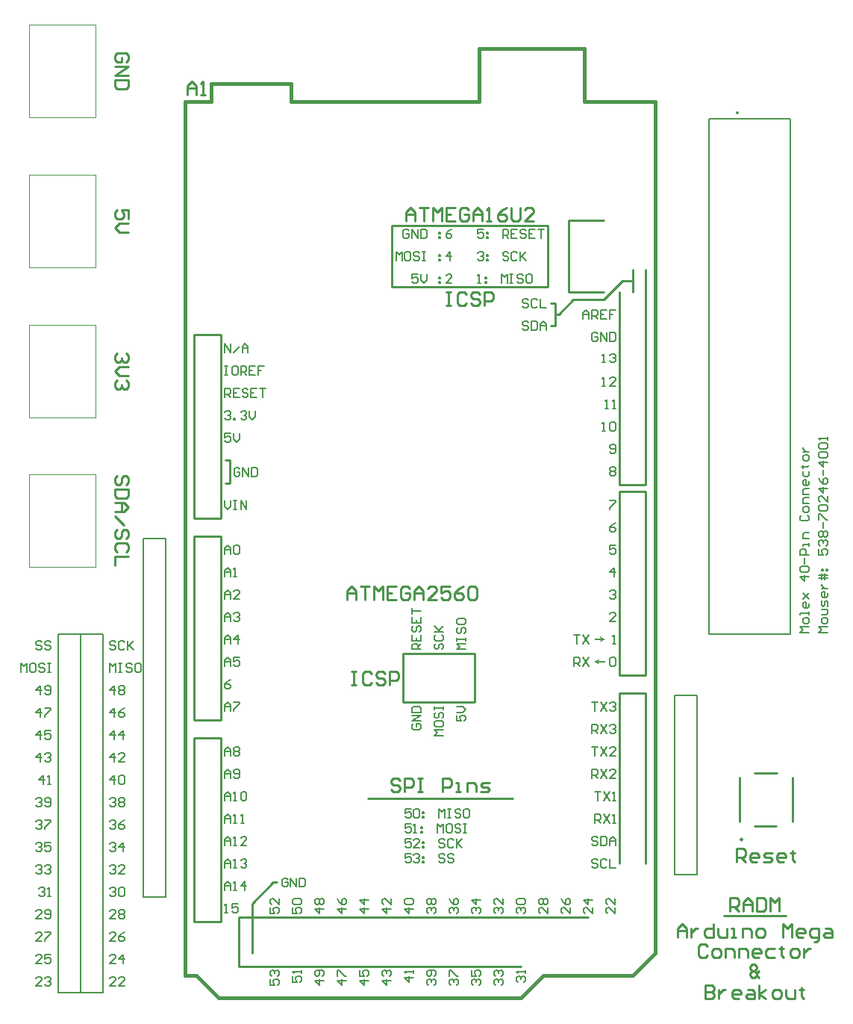
<source format=gbr>
%TF.GenerationSoftware,Altium Limited,Altium Designer,21.8.1 (53)*%
G04 Layer_Color=65535*
%FSLAX43Y43*%
%MOMM*%
%TF.SameCoordinates,8EB70333-0A29-48E7-A932-0FA81BCCDE64*%
%TF.FilePolarity,Positive*%
%TF.FileFunction,Legend,Top*%
%TF.Part,Single*%
G01*
G75*
%TA.AperFunction,NonConductor*%
%ADD11C,0.254*%
%ADD42C,0.200*%
%ADD43C,0.100*%
%ADD44C,0.400*%
%ADD45C,0.127*%
G36*
X70027Y46321D02*
Y46315D01*
X70033D01*
Y46309D01*
X70039D01*
Y46297D01*
X70045D01*
Y46243D01*
X70039D01*
Y46231D01*
X70033D01*
Y46225D01*
X70027D01*
Y46219D01*
X70021D01*
Y46213D01*
X70009D01*
Y46207D01*
X69985D01*
Y46202D01*
X69967D01*
Y46207D01*
X69949D01*
Y46213D01*
X69937D01*
Y46219D01*
X69931D01*
Y46225D01*
X69919D01*
Y46231D01*
X69907D01*
Y46237D01*
X69901D01*
Y46243D01*
X69889D01*
Y46249D01*
X69877D01*
Y46255D01*
X69866D01*
Y46261D01*
X69860D01*
Y46267D01*
X69848D01*
Y46273D01*
X69836D01*
Y46279D01*
X69830D01*
Y46285D01*
X69818D01*
Y46291D01*
X69806D01*
Y46297D01*
X69794D01*
Y46303D01*
X69788D01*
Y46309D01*
X69776D01*
Y46315D01*
X69764D01*
Y46321D01*
X69758D01*
Y46327D01*
X69746D01*
Y46333D01*
X69734D01*
Y46339D01*
X69722D01*
Y46345D01*
X69716D01*
Y46351D01*
X69704D01*
Y46357D01*
X69693D01*
Y46363D01*
X69687D01*
Y46369D01*
X69675D01*
Y46375D01*
X69663D01*
Y46381D01*
X69651D01*
Y46386D01*
X69645D01*
Y46392D01*
X69633D01*
Y46398D01*
X69621D01*
Y46404D01*
X69615D01*
Y46410D01*
X69603D01*
Y46416D01*
X69591D01*
Y46422D01*
X69579D01*
Y46428D01*
X69573D01*
Y46434D01*
X69561D01*
Y46440D01*
X69549D01*
Y46446D01*
X69543D01*
Y46452D01*
X69531D01*
Y46458D01*
X69520D01*
Y46464D01*
X69508D01*
Y46470D01*
X69502D01*
Y46476D01*
X69490D01*
Y46482D01*
X69478D01*
Y46488D01*
X69472D01*
Y46494D01*
X69460D01*
Y46506D01*
X69472D01*
Y46512D01*
X69484D01*
Y46518D01*
X69490D01*
Y46524D01*
X69502D01*
Y46530D01*
X69514D01*
Y46536D01*
X69525D01*
Y46542D01*
X69531D01*
Y46548D01*
X69543D01*
Y46554D01*
X69555D01*
Y46560D01*
X69561D01*
Y46565D01*
X69573D01*
Y46571D01*
X69585D01*
Y46577D01*
X69597D01*
Y46583D01*
X69603D01*
Y46589D01*
X69615D01*
Y46595D01*
X69627D01*
Y46601D01*
X69633D01*
Y46607D01*
X69645D01*
Y46613D01*
X69657D01*
Y46619D01*
X69669D01*
Y46625D01*
X69675D01*
Y46631D01*
X69687D01*
Y46637D01*
X69699D01*
Y46643D01*
X69704D01*
Y46649D01*
X69716D01*
Y46655D01*
X69728D01*
Y46661D01*
X69740D01*
Y46667D01*
X69746D01*
Y46673D01*
X69758D01*
Y46679D01*
X69770D01*
Y46685D01*
X69776D01*
Y46691D01*
X69788D01*
Y46697D01*
X69800D01*
Y46703D01*
X69812D01*
Y46709D01*
X69818D01*
Y46715D01*
X69830D01*
Y46721D01*
X69842D01*
Y46727D01*
X69848D01*
Y46733D01*
X69860D01*
Y46738D01*
X69872D01*
Y46744D01*
X69883D01*
Y46750D01*
X69889D01*
Y46756D01*
X69901D01*
Y46762D01*
X69913D01*
Y46768D01*
X69919D01*
Y46774D01*
X69931D01*
Y46780D01*
X69943D01*
Y46786D01*
X69955D01*
Y46792D01*
X69973D01*
Y46798D01*
X69991D01*
Y46792D01*
X70015D01*
Y46786D01*
X70021D01*
Y46780D01*
X70027D01*
Y46774D01*
X70033D01*
Y46768D01*
X70039D01*
Y46756D01*
X70045D01*
Y46703D01*
X70039D01*
Y46691D01*
X70033D01*
Y46685D01*
X70027D01*
Y46679D01*
X70021D01*
Y46673D01*
X70009D01*
Y46667D01*
X70003D01*
Y46661D01*
X69991D01*
Y46655D01*
X69979D01*
Y46649D01*
X69967D01*
Y46643D01*
X69961D01*
Y46637D01*
X69949D01*
Y46631D01*
X69937D01*
Y46625D01*
X69931D01*
Y46619D01*
X69919D01*
Y46613D01*
X69907D01*
Y46607D01*
X69895D01*
Y46601D01*
X69889D01*
Y46595D01*
X69877D01*
Y46589D01*
X69866D01*
Y46583D01*
X69860D01*
Y46577D01*
X69848D01*
Y46571D01*
X69836D01*
Y46565D01*
X70647D01*
Y46434D01*
X69836D01*
Y46428D01*
X69848D01*
Y46422D01*
X69860D01*
Y46416D01*
X69872D01*
Y46410D01*
X69877D01*
Y46404D01*
X69889D01*
Y46398D01*
X69901D01*
Y46392D01*
X69907D01*
Y46386D01*
X69919D01*
Y46381D01*
X69931D01*
Y46375D01*
X69943D01*
Y46369D01*
X69949D01*
Y46363D01*
X69961D01*
Y46357D01*
X69973D01*
Y46351D01*
X69979D01*
Y46345D01*
X69991D01*
Y46339D01*
X70003D01*
Y46333D01*
X70015D01*
Y46327D01*
X70021D01*
Y46321D01*
X70027D01*
D02*
G37*
G36*
X70080Y49219D02*
Y49225D01*
X70074D01*
Y49231D01*
X70068D01*
Y49243D01*
X70062D01*
Y49296D01*
X70068D01*
Y49308D01*
X70074D01*
Y49314D01*
X70080D01*
Y49320D01*
X70086D01*
Y49326D01*
X70098D01*
Y49332D01*
X70122D01*
Y49338D01*
X70140D01*
Y49332D01*
X70158D01*
Y49326D01*
X70170D01*
Y49320D01*
X70176D01*
Y49314D01*
X70188D01*
Y49308D01*
X70200D01*
Y49302D01*
X70206D01*
Y49296D01*
X70218D01*
Y49290D01*
X70230D01*
Y49284D01*
X70241D01*
Y49278D01*
X70247D01*
Y49273D01*
X70259D01*
Y49267D01*
X70271D01*
Y49261D01*
X70277D01*
Y49255D01*
X70289D01*
Y49249D01*
X70301D01*
Y49243D01*
X70313D01*
Y49237D01*
X70319D01*
Y49231D01*
X70331D01*
Y49225D01*
X70343D01*
Y49219D01*
X70349D01*
Y49213D01*
X70361D01*
Y49207D01*
X70373D01*
Y49201D01*
X70385D01*
Y49195D01*
X70391D01*
Y49189D01*
X70403D01*
Y49183D01*
X70414D01*
Y49177D01*
X70420D01*
Y49171D01*
X70432D01*
Y49165D01*
X70444D01*
Y49159D01*
X70456D01*
Y49153D01*
X70462D01*
Y49147D01*
X70474D01*
Y49141D01*
X70486D01*
Y49135D01*
X70492D01*
Y49129D01*
X70504D01*
Y49123D01*
X70516D01*
Y49117D01*
X70528D01*
Y49111D01*
X70534D01*
Y49105D01*
X70546D01*
Y49099D01*
X70558D01*
Y49094D01*
X70564D01*
Y49088D01*
X70576D01*
Y49082D01*
X70588D01*
Y49076D01*
X70599D01*
Y49070D01*
X70605D01*
Y49064D01*
X70617D01*
Y49058D01*
X70629D01*
Y49052D01*
X70635D01*
Y49046D01*
X70647D01*
Y49034D01*
X70635D01*
Y49028D01*
X70623D01*
Y49022D01*
X70617D01*
Y49016D01*
X70605D01*
Y49010D01*
X70593D01*
Y49004D01*
X70582D01*
Y48998D01*
X70576D01*
Y48992D01*
X70564D01*
Y48986D01*
X70552D01*
Y48980D01*
X70546D01*
Y48974D01*
X70534D01*
Y48968D01*
X70522D01*
Y48962D01*
X70510D01*
Y48956D01*
X70504D01*
Y48950D01*
X70492D01*
Y48944D01*
X70480D01*
Y48938D01*
X70474D01*
Y48932D01*
X70462D01*
Y48926D01*
X70450D01*
Y48921D01*
X70438D01*
Y48915D01*
X70432D01*
Y48909D01*
X70420D01*
Y48903D01*
X70409D01*
Y48897D01*
X70403D01*
Y48891D01*
X70391D01*
Y48885D01*
X70379D01*
Y48879D01*
X70367D01*
Y48873D01*
X70361D01*
Y48867D01*
X70349D01*
Y48861D01*
X70337D01*
Y48855D01*
X70331D01*
Y48849D01*
X70319D01*
Y48843D01*
X70307D01*
Y48837D01*
X70295D01*
Y48831D01*
X70289D01*
Y48825D01*
X70277D01*
Y48819D01*
X70265D01*
Y48813D01*
X70259D01*
Y48807D01*
X70247D01*
Y48801D01*
X70235D01*
Y48795D01*
X70224D01*
Y48789D01*
X70218D01*
Y48783D01*
X70206D01*
Y48777D01*
X70194D01*
Y48771D01*
X70188D01*
Y48765D01*
X70176D01*
Y48759D01*
X70164D01*
Y48753D01*
X70152D01*
Y48747D01*
X70134D01*
Y48742D01*
X70116D01*
Y48747D01*
X70092D01*
Y48753D01*
X70086D01*
Y48759D01*
X70080D01*
Y48765D01*
X70074D01*
Y48771D01*
X70068D01*
Y48783D01*
X70062D01*
Y48837D01*
X70068D01*
Y48849D01*
X70074D01*
Y48855D01*
X70080D01*
Y48861D01*
X70086D01*
Y48867D01*
X70098D01*
Y48873D01*
X70104D01*
Y48879D01*
X70116D01*
Y48885D01*
X70128D01*
Y48891D01*
X70140D01*
Y48897D01*
X70146D01*
Y48903D01*
X70158D01*
Y48909D01*
X70170D01*
Y48915D01*
X70176D01*
Y48921D01*
X70188D01*
Y48926D01*
X70200D01*
Y48932D01*
X70212D01*
Y48938D01*
X70218D01*
Y48944D01*
X70230D01*
Y48950D01*
X70241D01*
Y48956D01*
X70247D01*
Y48962D01*
X70259D01*
Y48968D01*
X70271D01*
Y48974D01*
X69460D01*
Y49105D01*
X70271D01*
Y49111D01*
X70259D01*
Y49117D01*
X70247D01*
Y49123D01*
X70235D01*
Y49129D01*
X70230D01*
Y49135D01*
X70218D01*
Y49141D01*
X70206D01*
Y49147D01*
X70200D01*
Y49153D01*
X70188D01*
Y49159D01*
X70176D01*
Y49165D01*
X70164D01*
Y49171D01*
X70158D01*
Y49177D01*
X70146D01*
Y49183D01*
X70134D01*
Y49189D01*
X70128D01*
Y49195D01*
X70116D01*
Y49201D01*
X70104D01*
Y49207D01*
X70092D01*
Y49213D01*
X70086D01*
Y49219D01*
X70080D01*
D02*
G37*
D11*
X86243Y26357D02*
G03*
X86243Y26357I-99J0D01*
G01*
X84150Y17700D02*
X91150D01*
X85905Y28361D02*
Y33361D01*
X87644Y27866D02*
X90080D01*
X87588Y33856D02*
X90179D01*
X91895Y28361D02*
Y33361D01*
X33033Y21481D02*
X33414D01*
X30620Y19068D02*
X33033Y21481D01*
X30620Y13480D02*
Y19068D01*
X28070Y66693D02*
Y69360D01*
X27570Y66693D02*
X28070D01*
X27570Y69360D02*
X28070D01*
X47750Y41900D02*
Y47440D01*
X55830Y41900D02*
Y47440D01*
X47750D02*
X55830D01*
X47750Y41900D02*
X55830D01*
X66500Y96500D02*
X70540D01*
X66500Y88420D02*
Y96500D01*
Y88420D02*
X70540D01*
X72290Y66590D02*
X75290D01*
X72290Y65780D02*
X75290D01*
X72290Y45000D02*
X75290D01*
X72290Y42920D02*
X75290D01*
Y23640D02*
Y42920D01*
Y45000D02*
Y65780D01*
Y66590D02*
Y90950D01*
X72290Y66590D02*
Y88410D01*
Y45000D02*
Y65780D01*
Y23640D02*
Y42920D01*
X29120Y11980D02*
X61100D01*
X29120Y17520D02*
X68720D01*
X29120Y11980D02*
Y17520D01*
X24040Y17060D02*
X27040D01*
X24040Y37840D02*
X27040D01*
X24040Y39920D02*
X27040D01*
X24040Y60700D02*
X27040D01*
X24040Y17060D02*
Y37840D01*
X27040Y17060D02*
Y37840D01*
X24040Y39920D02*
Y60700D01*
X27040Y39920D02*
Y60700D01*
X24040Y83560D02*
X27040D01*
X24040Y62780D02*
X27040D01*
X24040D02*
Y83560D01*
X27040Y62780D02*
Y83560D01*
X46489Y88960D02*
X64178D01*
X46489Y95960D02*
X64178D01*
Y88960D02*
Y95960D01*
X46489Y88960D02*
Y95960D01*
X64529Y87140D02*
X65029D01*
X64529Y84600D02*
X65029D01*
Y87140D01*
Y85870D02*
X65418D01*
X67069Y87521D01*
X70498D01*
X72657Y89680D01*
X73800D01*
X73790Y88410D02*
Y90950D01*
X43764Y31000D02*
X60147D01*
X16324Y66532D02*
X16578Y66786D01*
Y67293D01*
X16324Y67547D01*
X16070D01*
X15816Y67293D01*
Y66786D01*
X15562Y66532D01*
X15308D01*
X15054Y66786D01*
Y67293D01*
X15308Y67547D01*
X16578Y66024D02*
X15054D01*
Y65262D01*
X15308Y65008D01*
X16324D01*
X16578Y65262D01*
Y66024D01*
X15054Y64500D02*
X16070D01*
X16578Y63993D01*
X16070Y63485D01*
X15054D01*
X15816D01*
Y64500D01*
X15054Y62977D02*
X16070Y61961D01*
X16324Y60438D02*
X16578Y60692D01*
Y61199D01*
X16324Y61453D01*
X16070D01*
X15816Y61199D01*
Y60692D01*
X15562Y60438D01*
X15308D01*
X15054Y60692D01*
Y61199D01*
X15308Y61453D01*
X16324Y58914D02*
X16578Y59168D01*
Y59676D01*
X16324Y59930D01*
X15308D01*
X15054Y59676D01*
Y59168D01*
X15308Y58914D01*
X16578Y58406D02*
X15054D01*
Y57391D01*
X16324Y81500D02*
X16578Y81246D01*
Y80739D01*
X16324Y80485D01*
X16070D01*
X15816Y80739D01*
Y80993D01*
Y80739D01*
X15562Y80485D01*
X15308D01*
X15054Y80739D01*
Y81246D01*
X15308Y81500D01*
X16578Y79977D02*
X15562D01*
X15054Y79469D01*
X15562Y78961D01*
X16578D01*
X16324Y78453D02*
X16578Y78199D01*
Y77692D01*
X16324Y77438D01*
X16070D01*
X15816Y77692D01*
Y77945D01*
Y77692D01*
X15562Y77438D01*
X15308D01*
X15054Y77692D01*
Y78199D01*
X15308Y78453D01*
X16578Y96723D02*
Y97739D01*
X15816D01*
X16070Y97231D01*
Y96977D01*
X15816Y96723D01*
X15308D01*
X15054Y96977D01*
Y97485D01*
X15308Y97739D01*
X16578Y96215D02*
X15562D01*
X15054Y95707D01*
X15562Y95199D01*
X16578D01*
X16324Y114485D02*
X16578Y114739D01*
Y115246D01*
X16324Y115500D01*
X15308D01*
X15054Y115246D01*
Y114739D01*
X15308Y114485D01*
X15816D01*
Y114993D01*
X15054Y113977D02*
X16578D01*
X15054Y112961D01*
X16578D01*
Y112453D02*
X15054D01*
Y111692D01*
X15308Y111438D01*
X16324D01*
X16578Y111692D01*
Y112453D01*
X85599Y23804D02*
Y25328D01*
X86361D01*
X86615Y25074D01*
Y24566D01*
X86361Y24312D01*
X85599D01*
X86107D02*
X86615Y23804D01*
X87884D02*
X87377D01*
X87123Y24058D01*
Y24566D01*
X87377Y24820D01*
X87884D01*
X88138Y24566D01*
Y24312D01*
X87123D01*
X88646Y23804D02*
X89408D01*
X89662Y24058D01*
X89408Y24312D01*
X88900D01*
X88646Y24566D01*
X88900Y24820D01*
X89662D01*
X90931Y23804D02*
X90424D01*
X90170Y24058D01*
Y24566D01*
X90424Y24820D01*
X90931D01*
X91185Y24566D01*
Y24312D01*
X90170D01*
X91947Y25074D02*
Y24820D01*
X91693D01*
X92201D01*
X91947D01*
Y24058D01*
X92201Y23804D01*
X82064Y9862D02*
Y8338D01*
X82826D01*
X83079Y8592D01*
Y8846D01*
X82826Y9100D01*
X82064D01*
X82826D01*
X83079Y9354D01*
Y9608D01*
X82826Y9862D01*
X82064D01*
X83587Y9354D02*
Y8338D01*
Y8846D01*
X83841Y9100D01*
X84095Y9354D01*
X84349D01*
X85873Y8338D02*
X85365D01*
X85111Y8592D01*
Y9100D01*
X85365Y9354D01*
X85873D01*
X86127Y9100D01*
Y8846D01*
X85111D01*
X86888Y9354D02*
X87396D01*
X87650Y9100D01*
Y8338D01*
X86888D01*
X86634Y8592D01*
X86888Y8846D01*
X87650D01*
X88158Y8338D02*
Y9862D01*
Y8846D02*
X88920Y9354D01*
X88158Y8846D02*
X88920Y8338D01*
X89935D02*
X90443D01*
X90697Y8592D01*
Y9100D01*
X90443Y9354D01*
X89935D01*
X89681Y9100D01*
Y8592D01*
X89935Y8338D01*
X91205Y9354D02*
Y8592D01*
X91459Y8338D01*
X92221D01*
Y9354D01*
X92982Y9608D02*
Y9354D01*
X92728D01*
X93236D01*
X92982D01*
Y8592D01*
X93236Y8338D01*
X88158Y10650D02*
X87904Y10904D01*
X87650Y10650D01*
X87396D01*
X87142Y10904D01*
Y11158D01*
X87396Y11412D01*
X87142Y11666D01*
Y11920D01*
X87396Y12174D01*
X87650D01*
X87904Y11920D01*
Y11666D01*
X87650Y11412D01*
X87904Y11158D01*
Y10904D01*
X88158Y11412D02*
X87904Y11158D01*
X87396Y11412D02*
X87650D01*
X82318Y14232D02*
X82064Y14486D01*
X81556D01*
X81302Y14232D01*
Y13217D01*
X81556Y12963D01*
X82064D01*
X82318Y13217D01*
X83079Y12963D02*
X83587D01*
X83841Y13217D01*
Y13724D01*
X83587Y13978D01*
X83079D01*
X82826Y13724D01*
Y13217D01*
X83079Y12963D01*
X84349D02*
Y13978D01*
X85111D01*
X85365Y13724D01*
Y12963D01*
X85873D02*
Y13978D01*
X86634D01*
X86888Y13724D01*
Y12963D01*
X88158D02*
X87650D01*
X87396Y13217D01*
Y13724D01*
X87650Y13978D01*
X88158D01*
X88412Y13724D01*
Y13470D01*
X87396D01*
X89935Y13978D02*
X89174D01*
X88920Y13724D01*
Y13217D01*
X89174Y12963D01*
X89935D01*
X90697Y14232D02*
Y13978D01*
X90443D01*
X90951D01*
X90697D01*
Y13217D01*
X90951Y12963D01*
X91967D02*
X92474D01*
X92728Y13217D01*
Y13724D01*
X92474Y13978D01*
X91967D01*
X91713Y13724D01*
Y13217D01*
X91967Y12963D01*
X93236Y13978D02*
Y12963D01*
Y13470D01*
X93490Y13724D01*
X93744Y13978D01*
X93998D01*
X78890Y15275D02*
Y16291D01*
X79398Y16798D01*
X79906Y16291D01*
Y15275D01*
Y16037D01*
X78890D01*
X80413Y16291D02*
Y15275D01*
Y15783D01*
X80667Y16037D01*
X80921Y16291D01*
X81175D01*
X82953Y16798D02*
Y15275D01*
X82191D01*
X81937Y15529D01*
Y16037D01*
X82191Y16291D01*
X82953D01*
X83460D02*
Y15529D01*
X83714Y15275D01*
X84476D01*
Y16291D01*
X84984Y15275D02*
X85492D01*
X85238D01*
Y16291D01*
X84984D01*
X86253Y15275D02*
Y16291D01*
X87015D01*
X87269Y16037D01*
Y15275D01*
X88031D02*
X88539D01*
X88793Y15529D01*
Y16037D01*
X88539Y16291D01*
X88031D01*
X87777Y16037D01*
Y15529D01*
X88031Y15275D01*
X90824D02*
Y16798D01*
X91332Y16291D01*
X91840Y16798D01*
Y15275D01*
X93109D02*
X92601D01*
X92347Y15529D01*
Y16037D01*
X92601Y16291D01*
X93109D01*
X93363Y16037D01*
Y15783D01*
X92347D01*
X94379Y14767D02*
X94633D01*
X94887Y15021D01*
Y16291D01*
X94125D01*
X93871Y16037D01*
Y15529D01*
X94125Y15275D01*
X94887D01*
X95648Y16291D02*
X96156D01*
X96410Y16037D01*
Y15275D01*
X95648D01*
X95395Y15529D01*
X95648Y15783D01*
X96410D01*
X84857Y18188D02*
Y19712D01*
X85619D01*
X85873Y19458D01*
Y18950D01*
X85619Y18696D01*
X84857D01*
X85365D02*
X85873Y18188D01*
X86380D02*
Y19204D01*
X86888Y19712D01*
X87396Y19204D01*
Y18188D01*
Y18950D01*
X86380D01*
X87904Y19712D02*
Y18188D01*
X88666D01*
X88920Y18442D01*
Y19458D01*
X88666Y19712D01*
X87904D01*
X89427Y18188D02*
Y19712D01*
X89935Y19204D01*
X90443Y19712D01*
Y18188D01*
X48097Y96474D02*
Y97490D01*
X48605Y97998D01*
X49113Y97490D01*
Y96474D01*
Y97236D01*
X48097D01*
X49620Y97998D02*
X50636D01*
X50128D01*
Y96474D01*
X51144D02*
Y97998D01*
X51652Y97490D01*
X52160Y97998D01*
Y96474D01*
X53683Y97998D02*
X52667D01*
Y96474D01*
X53683D01*
X52667Y97236D02*
X53175D01*
X55207Y97744D02*
X54953Y97998D01*
X54445D01*
X54191Y97744D01*
Y96728D01*
X54445Y96474D01*
X54953D01*
X55207Y96728D01*
Y97236D01*
X54699D01*
X55714Y96474D02*
Y97490D01*
X56222Y97998D01*
X56730Y97490D01*
Y96474D01*
Y97236D01*
X55714D01*
X57238Y96474D02*
X57746D01*
X57492D01*
Y97998D01*
X57238Y97744D01*
X59523Y97998D02*
X59015Y97744D01*
X58507Y97236D01*
Y96728D01*
X58761Y96474D01*
X59269D01*
X59523Y96728D01*
Y96982D01*
X59269Y97236D01*
X58507D01*
X60031Y97998D02*
Y96728D01*
X60285Y96474D01*
X60793D01*
X61047Y96728D01*
Y97998D01*
X62570Y96474D02*
X61554D01*
X62570Y97490D01*
Y97744D01*
X62316Y97998D01*
X61808D01*
X61554Y97744D01*
X52667Y88446D02*
X53175D01*
X52921D01*
Y86922D01*
X52667D01*
X53175D01*
X54953Y88192D02*
X54699Y88446D01*
X54191D01*
X53937Y88192D01*
Y87176D01*
X54191Y86922D01*
X54699D01*
X54953Y87176D01*
X56476Y88192D02*
X56222Y88446D01*
X55714D01*
X55460Y88192D01*
Y87938D01*
X55714Y87684D01*
X56222D01*
X56476Y87430D01*
Y87176D01*
X56222Y86922D01*
X55714D01*
X55460Y87176D01*
X56984Y86922D02*
Y88446D01*
X57746D01*
X58000Y88192D01*
Y87684D01*
X57746Y87430D01*
X56984D01*
X41904Y45432D02*
X42412D01*
X42158D01*
Y43908D01*
X41904D01*
X42412D01*
X44189Y45178D02*
X43935Y45432D01*
X43427D01*
X43173Y45178D01*
Y44162D01*
X43427Y43908D01*
X43935D01*
X44189Y44162D01*
X45712Y45178D02*
X45459Y45432D01*
X44951D01*
X44697Y45178D01*
Y44924D01*
X44951Y44670D01*
X45459D01*
X45712Y44416D01*
Y44162D01*
X45459Y43908D01*
X44951D01*
X44697Y44162D01*
X46220Y43908D02*
Y45432D01*
X46982D01*
X47236Y45178D01*
Y44670D01*
X46982Y44416D01*
X46220D01*
X41376Y53485D02*
Y54501D01*
X41884Y55009D01*
X42392Y54501D01*
Y53485D01*
Y54247D01*
X41376D01*
X42900Y55009D02*
X43916D01*
X43408D01*
Y53485D01*
X44423D02*
Y55009D01*
X44931Y54501D01*
X45439Y55009D01*
Y53485D01*
X46963Y55009D02*
X45947D01*
Y53485D01*
X46963D01*
X45947Y54247D02*
X46455D01*
X48486Y54755D02*
X48232Y55009D01*
X47724D01*
X47470Y54755D01*
Y53739D01*
X47724Y53485D01*
X48232D01*
X48486Y53739D01*
Y54247D01*
X47978D01*
X48994Y53485D02*
Y54501D01*
X49502Y55009D01*
X50010Y54501D01*
Y53485D01*
Y54247D01*
X48994D01*
X51533Y53485D02*
X50517D01*
X51533Y54501D01*
Y54755D01*
X51279Y55009D01*
X50771D01*
X50517Y54755D01*
X53057Y55009D02*
X52041D01*
Y54247D01*
X52549Y54501D01*
X52803D01*
X53057Y54247D01*
Y53739D01*
X52803Y53485D01*
X52295D01*
X52041Y53739D01*
X54580Y55009D02*
X54072Y54755D01*
X53564Y54247D01*
Y53739D01*
X53818Y53485D01*
X54326D01*
X54580Y53739D01*
Y53993D01*
X54326Y54247D01*
X53564D01*
X55088Y54755D02*
X55342Y55009D01*
X55850D01*
X56104Y54755D01*
Y53739D01*
X55850Y53485D01*
X55342D01*
X55088Y53739D01*
Y54755D01*
X47385Y33024D02*
X47132Y33278D01*
X46624D01*
X46370Y33024D01*
Y32770D01*
X46624Y32516D01*
X47132D01*
X47385Y32262D01*
Y32008D01*
X47132Y31754D01*
X46624D01*
X46370Y32008D01*
X47893Y31754D02*
Y33278D01*
X48655D01*
X48909Y33024D01*
Y32516D01*
X48655Y32262D01*
X47893D01*
X49417Y33278D02*
X49925D01*
X49671D01*
Y31754D01*
X49417D01*
X49925D01*
X52210D02*
Y33278D01*
X52972D01*
X53226Y33024D01*
Y32516D01*
X52972Y32262D01*
X52210D01*
X53733Y31754D02*
X54241D01*
X53987D01*
Y32770D01*
X53733D01*
X55003Y31754D02*
Y32770D01*
X55765D01*
X56019Y32516D01*
Y31754D01*
X56527D02*
X57288D01*
X57542Y32008D01*
X57288Y32262D01*
X56780D01*
X56527Y32516D01*
X56780Y32770D01*
X57542D01*
X23273Y110744D02*
Y111760D01*
X23781Y112268D01*
X24289Y111760D01*
Y110744D01*
Y111506D01*
X23273D01*
X24797Y110744D02*
X25305D01*
X25051D01*
Y112268D01*
X24797Y112014D01*
D42*
X85758Y108730D02*
G03*
X85758Y108730I-100J0D01*
G01*
X18270Y19830D02*
Y60470D01*
X20810D01*
Y58565D02*
Y60470D01*
Y19830D02*
Y58565D01*
X18270Y19830D02*
X20810D01*
X11128Y8984D02*
Y49624D01*
X8588Y8984D02*
X11128D01*
X8588D02*
Y10889D01*
Y49624D01*
X11128D01*
X13668Y8984D02*
Y49624D01*
X11128Y8984D02*
X13668D01*
X11128D02*
Y10889D01*
Y49624D01*
X13668D01*
X78520Y22370D02*
X81060D01*
X78520D02*
Y42690D01*
X81060D01*
Y22370D02*
Y42690D01*
X48631Y29800D02*
X47965D01*
Y29300D01*
X48298Y29467D01*
X48465D01*
X48631Y29300D01*
Y28967D01*
X48465Y28800D01*
X48132D01*
X47965Y28967D01*
X48965Y29633D02*
X49131Y29800D01*
X49465D01*
X49631Y29633D01*
Y28967D01*
X49465Y28800D01*
X49131D01*
X48965Y28967D01*
Y29633D01*
X49964Y29467D02*
X50131D01*
Y29300D01*
X49964D01*
Y29467D01*
Y28967D02*
X50131D01*
Y28800D01*
X49964D01*
Y28967D01*
X51797Y28800D02*
Y29800D01*
X52130Y29467D01*
X52464Y29800D01*
Y28800D01*
X52797Y29800D02*
X53130D01*
X52963D01*
Y28800D01*
X52797D01*
X53130D01*
X54296Y29633D02*
X54130Y29800D01*
X53796D01*
X53630Y29633D01*
Y29467D01*
X53796Y29300D01*
X54130D01*
X54296Y29134D01*
Y28967D01*
X54130Y28800D01*
X53796D01*
X53630Y28967D01*
X55129Y29800D02*
X54796D01*
X54630Y29633D01*
Y28967D01*
X54796Y28800D01*
X55129D01*
X55296Y28967D01*
Y29633D01*
X55129Y29800D01*
X48631Y28120D02*
X47965D01*
Y27621D01*
X48298Y27787D01*
X48465D01*
X48631Y27621D01*
Y27287D01*
X48465Y27121D01*
X48132D01*
X47965Y27287D01*
X48965Y27121D02*
X49298D01*
X49131D01*
Y28120D01*
X48965Y27954D01*
X49798Y27787D02*
X49964D01*
Y27621D01*
X49798D01*
Y27787D01*
Y27287D02*
X49964D01*
Y27121D01*
X49798D01*
Y27287D01*
X51630Y27121D02*
Y28120D01*
X51964Y27787D01*
X52297Y28120D01*
Y27121D01*
X53130Y28120D02*
X52797D01*
X52630Y27954D01*
Y27287D01*
X52797Y27121D01*
X53130D01*
X53297Y27287D01*
Y27954D01*
X53130Y28120D01*
X54296Y27954D02*
X54130Y28120D01*
X53796D01*
X53630Y27954D01*
Y27787D01*
X53796Y27621D01*
X54130D01*
X54296Y27454D01*
Y27287D01*
X54130Y27121D01*
X53796D01*
X53630Y27287D01*
X54630Y28120D02*
X54963D01*
X54796D01*
Y27121D01*
X54630D01*
X54963D01*
X48631Y26441D02*
X47965D01*
Y25941D01*
X48298Y26108D01*
X48465D01*
X48631Y25941D01*
Y25608D01*
X48465Y25441D01*
X48132D01*
X47965Y25608D01*
X49631Y25441D02*
X48965D01*
X49631Y26108D01*
Y26274D01*
X49465Y26441D01*
X49131D01*
X48965Y26274D01*
X49964Y26108D02*
X50131D01*
Y25941D01*
X49964D01*
Y26108D01*
Y25608D02*
X50131D01*
Y25441D01*
X49964D01*
Y25608D01*
X52464Y26274D02*
X52297Y26441D01*
X51964D01*
X51797Y26274D01*
Y26108D01*
X51964Y25941D01*
X52297D01*
X52464Y25774D01*
Y25608D01*
X52297Y25441D01*
X51964D01*
X51797Y25608D01*
X53463Y26274D02*
X53297Y26441D01*
X52963D01*
X52797Y26274D01*
Y25608D01*
X52963Y25441D01*
X53297D01*
X53463Y25608D01*
X53796Y26441D02*
Y25441D01*
Y25774D01*
X54463Y26441D01*
X53963Y25941D01*
X54463Y25441D01*
X48631Y24761D02*
X47965D01*
Y24261D01*
X48298Y24428D01*
X48465D01*
X48631Y24261D01*
Y23928D01*
X48465Y23761D01*
X48132D01*
X47965Y23928D01*
X48965Y24595D02*
X49131Y24761D01*
X49465D01*
X49631Y24595D01*
Y24428D01*
X49465Y24261D01*
X49298D01*
X49465D01*
X49631Y24095D01*
Y23928D01*
X49465Y23761D01*
X49131D01*
X48965Y23928D01*
X49964Y24428D02*
X50131D01*
Y24261D01*
X49964D01*
Y24428D01*
Y23928D02*
X50131D01*
Y23761D01*
X49964D01*
Y23928D01*
X52464Y24595D02*
X52297Y24761D01*
X51964D01*
X51797Y24595D01*
Y24428D01*
X51964Y24261D01*
X52297D01*
X52464Y24095D01*
Y23928D01*
X52297Y23761D01*
X51964D01*
X51797Y23928D01*
X53463Y24595D02*
X53297Y24761D01*
X52963D01*
X52797Y24595D01*
Y24428D01*
X52963Y24261D01*
X53297D01*
X53463Y24095D01*
Y23928D01*
X53297Y23761D01*
X52963D01*
X52797Y23928D01*
X95900Y49797D02*
X94900D01*
X95233Y50130D01*
X94900Y50463D01*
X95900D01*
Y50963D02*
Y51296D01*
X95733Y51463D01*
X95400D01*
X95233Y51296D01*
Y50963D01*
X95400Y50796D01*
X95733D01*
X95900Y50963D01*
X95233Y51796D02*
X95733D01*
X95900Y51962D01*
Y52462D01*
X95233D01*
X95900Y52796D02*
Y53295D01*
X95733Y53462D01*
X95567Y53295D01*
Y52962D01*
X95400Y52796D01*
X95233Y52962D01*
Y53462D01*
X95900Y54295D02*
Y53962D01*
X95733Y53795D01*
X95400D01*
X95233Y53962D01*
Y54295D01*
X95400Y54462D01*
X95567D01*
Y53795D01*
X95233Y54795D02*
X95900D01*
X95567D01*
X95400Y54961D01*
X95233Y55128D01*
Y55295D01*
X95900Y55961D02*
X94900D01*
Y56294D02*
X95900D01*
X95233Y55795D02*
Y56294D01*
Y56461D01*
X95567Y55795D02*
Y56461D01*
X95233Y56794D02*
Y56961D01*
X95400D01*
Y56794D01*
X95233D01*
X95733D02*
Y56961D01*
X95900D01*
Y56794D01*
X95733D01*
X94900Y59293D02*
Y58627D01*
X95400D01*
X95233Y58960D01*
Y59127D01*
X95400Y59293D01*
X95733D01*
X95900Y59127D01*
Y58794D01*
X95733Y58627D01*
X95067Y59627D02*
X94900Y59793D01*
Y60126D01*
X95067Y60293D01*
X95233D01*
X95400Y60126D01*
Y59960D01*
Y60126D01*
X95567Y60293D01*
X95733D01*
X95900Y60126D01*
Y59793D01*
X95733Y59627D01*
X95067Y60626D02*
X94900Y60793D01*
Y61126D01*
X95067Y61293D01*
X95233D01*
X95400Y61126D01*
X95567Y61293D01*
X95733D01*
X95900Y61126D01*
Y60793D01*
X95733Y60626D01*
X95567D01*
X95400Y60793D01*
X95233Y60626D01*
X95067D01*
X95400Y60793D02*
Y61126D01*
Y61626D02*
Y62292D01*
X94900Y62626D02*
Y63292D01*
X95067D01*
X95733Y62626D01*
X95900D01*
X95067Y63625D02*
X94900Y63792D01*
Y64125D01*
X95067Y64292D01*
X95733D01*
X95900Y64125D01*
Y63792D01*
X95733Y63625D01*
X95067D01*
X95900Y65292D02*
Y64625D01*
X95233Y65292D01*
X95067D01*
X94900Y65125D01*
Y64792D01*
X95067Y64625D01*
X95900Y66125D02*
X94900D01*
X95400Y65625D01*
Y66291D01*
X94900Y67291D02*
X95067Y66958D01*
X95400Y66624D01*
X95733D01*
X95900Y66791D01*
Y67124D01*
X95733Y67291D01*
X95567D01*
X95400Y67124D01*
Y66624D01*
Y67624D02*
Y68291D01*
X95900Y69124D02*
X94900D01*
X95400Y68624D01*
Y69290D01*
X95067Y69623D02*
X94900Y69790D01*
Y70123D01*
X95067Y70290D01*
X95733D01*
X95900Y70123D01*
Y69790D01*
X95733Y69623D01*
X95067D01*
Y70623D02*
X94900Y70790D01*
Y71123D01*
X95067Y71290D01*
X95733D01*
X95900Y71123D01*
Y70790D01*
X95733Y70623D01*
X95067D01*
X95900Y71623D02*
Y71956D01*
Y71789D01*
X94900D01*
X95067Y71623D01*
X93800Y49797D02*
X92800D01*
X93133Y50130D01*
X92800Y50463D01*
X93800D01*
Y50963D02*
Y51296D01*
X93633Y51463D01*
X93300D01*
X93133Y51296D01*
Y50963D01*
X93300Y50796D01*
X93633D01*
X93800Y50963D01*
Y51796D02*
Y52129D01*
Y51962D01*
X92800D01*
Y51796D01*
X93800Y53129D02*
Y52796D01*
X93633Y52629D01*
X93300D01*
X93133Y52796D01*
Y53129D01*
X93300Y53295D01*
X93467D01*
Y52629D01*
X93133Y53629D02*
X93800Y54295D01*
X93467Y53962D01*
X93133Y54295D01*
X93800Y53629D01*
Y56128D02*
X92800D01*
X93300Y55628D01*
Y56294D01*
X92967Y56628D02*
X92800Y56794D01*
Y57127D01*
X92967Y57294D01*
X93633D01*
X93800Y57127D01*
Y56794D01*
X93633Y56628D01*
X92967D01*
X93300Y57627D02*
Y58294D01*
X93800Y58627D02*
X92800D01*
Y59127D01*
X92967Y59293D01*
X93300D01*
X93467Y59127D01*
Y58627D01*
X93800Y59627D02*
Y59960D01*
Y59793D01*
X93133D01*
Y59627D01*
X93800Y60460D02*
X93133D01*
Y60960D01*
X93300Y61126D01*
X93800D01*
X92967Y63126D02*
X92800Y62959D01*
Y62626D01*
X92967Y62459D01*
X93633D01*
X93800Y62626D01*
Y62959D01*
X93633Y63126D01*
X93800Y63625D02*
Y63959D01*
X93633Y64125D01*
X93300D01*
X93133Y63959D01*
Y63625D01*
X93300Y63459D01*
X93633D01*
X93800Y63625D01*
Y64458D02*
X93133D01*
Y64958D01*
X93300Y65125D01*
X93800D01*
Y65458D02*
X93133D01*
Y65958D01*
X93300Y66125D01*
X93800D01*
Y66958D02*
Y66624D01*
X93633Y66458D01*
X93300D01*
X93133Y66624D01*
Y66958D01*
X93300Y67124D01*
X93467D01*
Y66458D01*
X93133Y68124D02*
Y67624D01*
X93300Y67457D01*
X93633D01*
X93800Y67624D01*
Y68124D01*
X92967Y68624D02*
X93133D01*
Y68457D01*
Y68790D01*
Y68624D01*
X93633D01*
X93800Y68790D01*
Y69457D02*
Y69790D01*
X93633Y69957D01*
X93300D01*
X93133Y69790D01*
Y69457D01*
X93300Y69290D01*
X93633D01*
X93800Y69457D01*
X93133Y70290D02*
X93800D01*
X93467D01*
X93300Y70457D01*
X93133Y70623D01*
Y70790D01*
X6758Y48687D02*
X6592Y48854D01*
X6258D01*
X6092Y48687D01*
Y48521D01*
X6258Y48354D01*
X6592D01*
X6758Y48187D01*
Y48021D01*
X6592Y47854D01*
X6258D01*
X6092Y48021D01*
X7758Y48687D02*
X7591Y48854D01*
X7258D01*
X7092Y48687D01*
Y48521D01*
X7258Y48354D01*
X7591D01*
X7758Y48187D01*
Y48021D01*
X7591Y47854D01*
X7258D01*
X7092Y48021D01*
X6592Y42774D02*
Y43774D01*
X6092Y43274D01*
X6758D01*
X7092Y42941D02*
X7258Y42774D01*
X7591D01*
X7758Y42941D01*
Y43607D01*
X7591Y43774D01*
X7258D01*
X7092Y43607D01*
Y43441D01*
X7258Y43274D01*
X7758D01*
X6592Y40234D02*
Y41234D01*
X6092Y40734D01*
X6758D01*
X7092Y41234D02*
X7758D01*
Y41067D01*
X7092Y40401D01*
Y40234D01*
X6592Y37694D02*
Y38694D01*
X6092Y38194D01*
X6758D01*
X7758Y38694D02*
X7092D01*
Y38194D01*
X7425Y38361D01*
X7591D01*
X7758Y38194D01*
Y37861D01*
X7591Y37694D01*
X7258D01*
X7092Y37861D01*
X15164Y9754D02*
X14498D01*
X15164Y10421D01*
Y10587D01*
X14998Y10754D01*
X14665D01*
X14498Y10587D01*
X16164Y9754D02*
X15498D01*
X16164Y10421D01*
Y10587D01*
X15998Y10754D01*
X15664D01*
X15498Y10587D01*
X15164Y12294D02*
X14498D01*
X15164Y12961D01*
Y13127D01*
X14998Y13294D01*
X14665D01*
X14498Y13127D01*
X15998Y12294D02*
Y13294D01*
X15498Y12794D01*
X16164D01*
X15164Y14834D02*
X14498D01*
X15164Y15501D01*
Y15667D01*
X14998Y15834D01*
X14665D01*
X14498Y15667D01*
X16164Y15834D02*
X15831Y15667D01*
X15498Y15334D01*
Y15001D01*
X15664Y14834D01*
X15998D01*
X16164Y15001D01*
Y15167D01*
X15998Y15334D01*
X15498D01*
X15164Y17374D02*
X14498D01*
X15164Y18041D01*
Y18207D01*
X14998Y18374D01*
X14665D01*
X14498Y18207D01*
X15498D02*
X15664Y18374D01*
X15998D01*
X16164Y18207D01*
Y18041D01*
X15998Y17874D01*
X16164Y17707D01*
Y17541D01*
X15998Y17374D01*
X15664D01*
X15498Y17541D01*
Y17707D01*
X15664Y17874D01*
X15498Y18041D01*
Y18207D01*
X15664Y17874D02*
X15998D01*
X14498Y20747D02*
X14665Y20914D01*
X14998D01*
X15164Y20747D01*
Y20581D01*
X14998Y20414D01*
X14831D01*
X14998D01*
X15164Y20247D01*
Y20081D01*
X14998Y19914D01*
X14665D01*
X14498Y20081D01*
X15498Y20747D02*
X15664Y20914D01*
X15998D01*
X16164Y20747D01*
Y20081D01*
X15998Y19914D01*
X15664D01*
X15498Y20081D01*
Y20747D01*
X14498Y23287D02*
X14665Y23454D01*
X14998D01*
X15164Y23287D01*
Y23121D01*
X14998Y22954D01*
X14831D01*
X14998D01*
X15164Y22787D01*
Y22621D01*
X14998Y22454D01*
X14665D01*
X14498Y22621D01*
X16164Y22454D02*
X15498D01*
X16164Y23121D01*
Y23287D01*
X15998Y23454D01*
X15664D01*
X15498Y23287D01*
X14498Y25827D02*
X14665Y25994D01*
X14998D01*
X15164Y25827D01*
Y25661D01*
X14998Y25494D01*
X14831D01*
X14998D01*
X15164Y25327D01*
Y25161D01*
X14998Y24994D01*
X14665D01*
X14498Y25161D01*
X15998Y24994D02*
Y25994D01*
X15498Y25494D01*
X16164D01*
X14498Y28367D02*
X14665Y28534D01*
X14998D01*
X15164Y28367D01*
Y28201D01*
X14998Y28034D01*
X14831D01*
X14998D01*
X15164Y27867D01*
Y27701D01*
X14998Y27534D01*
X14665D01*
X14498Y27701D01*
X16164Y28534D02*
X15831Y28367D01*
X15498Y28034D01*
Y27701D01*
X15664Y27534D01*
X15998D01*
X16164Y27701D01*
Y27867D01*
X15998Y28034D01*
X15498D01*
X14498Y30907D02*
X14665Y31074D01*
X14998D01*
X15164Y30907D01*
Y30741D01*
X14998Y30574D01*
X14831D01*
X14998D01*
X15164Y30407D01*
Y30241D01*
X14998Y30074D01*
X14665D01*
X14498Y30241D01*
X15498Y30907D02*
X15664Y31074D01*
X15998D01*
X16164Y30907D01*
Y30741D01*
X15998Y30574D01*
X16164Y30407D01*
Y30241D01*
X15998Y30074D01*
X15664D01*
X15498Y30241D01*
Y30407D01*
X15664Y30574D01*
X15498Y30741D01*
Y30907D01*
X15664Y30574D02*
X15998D01*
X14998Y32614D02*
Y33614D01*
X14498Y33114D01*
X15164D01*
X15498Y33447D02*
X15664Y33614D01*
X15998D01*
X16164Y33447D01*
Y32781D01*
X15998Y32614D01*
X15664D01*
X15498Y32781D01*
Y33447D01*
X14998Y35154D02*
Y36154D01*
X14498Y35654D01*
X15164D01*
X16164Y35154D02*
X15498D01*
X16164Y35821D01*
Y35987D01*
X15998Y36154D01*
X15664D01*
X15498Y35987D01*
X14998Y37694D02*
Y38694D01*
X14498Y38194D01*
X15164D01*
X15998Y37694D02*
Y38694D01*
X15498Y38194D01*
X16164D01*
X14998Y40234D02*
Y41234D01*
X14498Y40734D01*
X15164D01*
X16164Y41234D02*
X15831Y41067D01*
X15498Y40734D01*
Y40401D01*
X15664Y40234D01*
X15998D01*
X16164Y40401D01*
Y40567D01*
X15998Y40734D01*
X15498D01*
X14998Y42774D02*
Y43774D01*
X14498Y43274D01*
X15164D01*
X15498Y43607D02*
X15664Y43774D01*
X15998D01*
X16164Y43607D01*
Y43441D01*
X15998Y43274D01*
X16164Y43107D01*
Y42941D01*
X15998Y42774D01*
X15664D01*
X15498Y42941D01*
Y43107D01*
X15664Y43274D01*
X15498Y43441D01*
Y43607D01*
X15664Y43274D02*
X15998D01*
X14498Y45314D02*
Y46314D01*
X14831Y45981D01*
X15164Y46314D01*
Y45314D01*
X15498Y46314D02*
X15831D01*
X15664D01*
Y45314D01*
X15498D01*
X15831D01*
X16997Y46147D02*
X16831Y46314D01*
X16497D01*
X16331Y46147D01*
Y45981D01*
X16497Y45814D01*
X16831D01*
X16997Y45647D01*
Y45481D01*
X16831Y45314D01*
X16497D01*
X16331Y45481D01*
X17830Y46314D02*
X17497D01*
X17330Y46147D01*
Y45481D01*
X17497Y45314D01*
X17830D01*
X17997Y45481D01*
Y46147D01*
X17830Y46314D01*
X15164Y48687D02*
X14998Y48854D01*
X14665D01*
X14498Y48687D01*
Y48521D01*
X14665Y48354D01*
X14998D01*
X15164Y48187D01*
Y48021D01*
X14998Y47854D01*
X14665D01*
X14498Y48021D01*
X16164Y48687D02*
X15998Y48854D01*
X15664D01*
X15498Y48687D01*
Y48021D01*
X15664Y47854D01*
X15998D01*
X16164Y48021D01*
X16497Y48854D02*
Y47854D01*
Y48187D01*
X17164Y48854D01*
X16664Y48354D01*
X17164Y47854D01*
X4426Y45314D02*
Y46314D01*
X4759Y45981D01*
X5092Y46314D01*
Y45314D01*
X5925Y46314D02*
X5592D01*
X5425Y46147D01*
Y45481D01*
X5592Y45314D01*
X5925D01*
X6092Y45481D01*
Y46147D01*
X5925Y46314D01*
X7092Y46147D02*
X6925Y46314D01*
X6592D01*
X6425Y46147D01*
Y45981D01*
X6592Y45814D01*
X6925D01*
X7092Y45647D01*
Y45481D01*
X6925Y45314D01*
X6592D01*
X6425Y45481D01*
X7425Y46314D02*
X7758D01*
X7591D01*
Y45314D01*
X7425D01*
X7758D01*
X6592Y35154D02*
Y36154D01*
X6092Y35654D01*
X6758D01*
X7092Y35987D02*
X7258Y36154D01*
X7591D01*
X7758Y35987D01*
Y35821D01*
X7591Y35654D01*
X7425D01*
X7591D01*
X7758Y35487D01*
Y35321D01*
X7591Y35154D01*
X7258D01*
X7092Y35321D01*
X6925Y32614D02*
Y33614D01*
X6425Y33114D01*
X7092D01*
X7425Y32614D02*
X7758D01*
X7591D01*
Y33614D01*
X7425Y33447D01*
X6092Y30907D02*
X6258Y31074D01*
X6592D01*
X6758Y30907D01*
Y30741D01*
X6592Y30574D01*
X6425D01*
X6592D01*
X6758Y30407D01*
Y30241D01*
X6592Y30074D01*
X6258D01*
X6092Y30241D01*
X7092D02*
X7258Y30074D01*
X7591D01*
X7758Y30241D01*
Y30907D01*
X7591Y31074D01*
X7258D01*
X7092Y30907D01*
Y30741D01*
X7258Y30574D01*
X7758D01*
X6092Y28367D02*
X6258Y28534D01*
X6592D01*
X6758Y28367D01*
Y28201D01*
X6592Y28034D01*
X6425D01*
X6592D01*
X6758Y27867D01*
Y27701D01*
X6592Y27534D01*
X6258D01*
X6092Y27701D01*
X7092Y28534D02*
X7758D01*
Y28367D01*
X7092Y27701D01*
Y27534D01*
X6092Y25827D02*
X6258Y25994D01*
X6592D01*
X6758Y25827D01*
Y25661D01*
X6592Y25494D01*
X6425D01*
X6592D01*
X6758Y25327D01*
Y25161D01*
X6592Y24994D01*
X6258D01*
X6092Y25161D01*
X7758Y25994D02*
X7092D01*
Y25494D01*
X7425Y25661D01*
X7591D01*
X7758Y25494D01*
Y25161D01*
X7591Y24994D01*
X7258D01*
X7092Y25161D01*
X6092Y23287D02*
X6258Y23454D01*
X6592D01*
X6758Y23287D01*
Y23121D01*
X6592Y22954D01*
X6425D01*
X6592D01*
X6758Y22787D01*
Y22621D01*
X6592Y22454D01*
X6258D01*
X6092Y22621D01*
X7092Y23287D02*
X7258Y23454D01*
X7591D01*
X7758Y23287D01*
Y23121D01*
X7591Y22954D01*
X7425D01*
X7591D01*
X7758Y22787D01*
Y22621D01*
X7591Y22454D01*
X7258D01*
X7092Y22621D01*
X6425Y20747D02*
X6592Y20914D01*
X6925D01*
X7092Y20747D01*
Y20581D01*
X6925Y20414D01*
X6758D01*
X6925D01*
X7092Y20247D01*
Y20081D01*
X6925Y19914D01*
X6592D01*
X6425Y20081D01*
X7425Y19914D02*
X7758D01*
X7591D01*
Y20914D01*
X7425Y20747D01*
X6758Y17374D02*
X6092D01*
X6758Y18041D01*
Y18207D01*
X6592Y18374D01*
X6258D01*
X6092Y18207D01*
X7092Y17541D02*
X7258Y17374D01*
X7591D01*
X7758Y17541D01*
Y18207D01*
X7591Y18374D01*
X7258D01*
X7092Y18207D01*
Y18041D01*
X7258Y17874D01*
X7758D01*
X6758Y14834D02*
X6092D01*
X6758Y15501D01*
Y15667D01*
X6592Y15834D01*
X6258D01*
X6092Y15667D01*
X7092Y15834D02*
X7758D01*
Y15667D01*
X7092Y15001D01*
Y14834D01*
X6758Y12294D02*
X6092D01*
X6758Y12961D01*
Y13127D01*
X6592Y13294D01*
X6258D01*
X6092Y13127D01*
X7758Y13294D02*
X7092D01*
Y12794D01*
X7425Y12961D01*
X7591D01*
X7758Y12794D01*
Y12461D01*
X7591Y12294D01*
X7258D01*
X7092Y12461D01*
X6758Y9754D02*
X6092D01*
X6758Y10421D01*
Y10587D01*
X6592Y10754D01*
X6258D01*
X6092Y10587D01*
X7092D02*
X7258Y10754D01*
X7591D01*
X7758Y10587D01*
Y10421D01*
X7591Y10254D01*
X7425D01*
X7591D01*
X7758Y10087D01*
Y9921D01*
X7591Y9754D01*
X7258D01*
X7092Y9921D01*
X48917Y39441D02*
X48751Y39274D01*
Y38941D01*
X48917Y38775D01*
X49584D01*
X49750Y38941D01*
Y39274D01*
X49584Y39441D01*
X49250D01*
Y39108D01*
X49750Y39774D02*
X48751D01*
X49750Y40441D01*
X48751D01*
Y40774D02*
X49750D01*
Y41274D01*
X49584Y41440D01*
X48917D01*
X48751Y41274D01*
Y40774D01*
X52290Y38108D02*
X51291D01*
X51624Y38441D01*
X51291Y38775D01*
X52290D01*
X51291Y39608D02*
Y39274D01*
X51457Y39108D01*
X52124D01*
X52290Y39274D01*
Y39608D01*
X52124Y39774D01*
X51457D01*
X51291Y39608D01*
X51457Y40774D02*
X51291Y40607D01*
Y40274D01*
X51457Y40107D01*
X51624D01*
X51790Y40274D01*
Y40607D01*
X51957Y40774D01*
X52124D01*
X52290Y40607D01*
Y40274D01*
X52124Y40107D01*
X51291Y41107D02*
Y41440D01*
Y41274D01*
X52290D01*
Y41107D01*
Y41440D01*
X53831Y40441D02*
Y39774D01*
X54330D01*
X54164Y40107D01*
Y40274D01*
X54330Y40441D01*
X54664D01*
X54830Y40274D01*
Y39941D01*
X54664Y39774D01*
X53831Y40774D02*
X54497D01*
X54830Y41107D01*
X54497Y41440D01*
X53831D01*
X49750Y47900D02*
X48751D01*
Y48400D01*
X48917Y48567D01*
X49250D01*
X49417Y48400D01*
Y47900D01*
Y48234D02*
X49750Y48567D01*
X48751Y49567D02*
Y48900D01*
X49750D01*
Y49567D01*
X49250Y48900D02*
Y49233D01*
X48917Y50566D02*
X48751Y50400D01*
Y50066D01*
X48917Y49900D01*
X49084D01*
X49250Y50066D01*
Y50400D01*
X49417Y50566D01*
X49584D01*
X49750Y50400D01*
Y50066D01*
X49584Y49900D01*
X48751Y51566D02*
Y50899D01*
X49750D01*
Y51566D01*
X49250Y50899D02*
Y51233D01*
X48751Y51899D02*
Y52566D01*
Y52232D01*
X49750D01*
X51457Y48567D02*
X51291Y48400D01*
Y48067D01*
X51457Y47900D01*
X51624D01*
X51790Y48067D01*
Y48400D01*
X51957Y48567D01*
X52124D01*
X52290Y48400D01*
Y48067D01*
X52124Y47900D01*
X51457Y49567D02*
X51291Y49400D01*
Y49067D01*
X51457Y48900D01*
X52124D01*
X52290Y49067D01*
Y49400D01*
X52124Y49567D01*
X51291Y49900D02*
X52290D01*
X51957D01*
X51291Y50566D01*
X51790Y50066D01*
X52290Y50566D01*
X54830Y47900D02*
X53831D01*
X54164Y48234D01*
X53831Y48567D01*
X54830D01*
X53831Y48900D02*
Y49233D01*
Y49067D01*
X54830D01*
Y48900D01*
Y49233D01*
X53997Y50400D02*
X53831Y50233D01*
Y49900D01*
X53997Y49733D01*
X54164D01*
X54330Y49900D01*
Y50233D01*
X54497Y50400D01*
X54664D01*
X54830Y50233D01*
Y49900D01*
X54664Y49733D01*
X53831Y51233D02*
Y50899D01*
X53997Y50733D01*
X54664D01*
X54830Y50899D01*
Y51233D01*
X54664Y51399D01*
X53997D01*
X53831Y51233D01*
X34661Y21814D02*
X34495Y21981D01*
X34162D01*
X33995Y21814D01*
Y21148D01*
X34162Y20981D01*
X34495D01*
X34661Y21148D01*
Y21481D01*
X34328D01*
X34995Y20981D02*
Y21981D01*
X35661Y20981D01*
Y21981D01*
X35994D02*
Y20981D01*
X36494D01*
X36661Y21148D01*
Y21814D01*
X36494Y21981D01*
X35994D01*
X27500Y81560D02*
Y82560D01*
X28166Y81560D01*
Y82560D01*
X28500Y81560D02*
X29166Y82227D01*
X29499Y81560D02*
Y82227D01*
X29833Y82560D01*
X30166Y82227D01*
Y81560D01*
Y82060D01*
X29499D01*
X60767Y10188D02*
X60601Y10354D01*
Y10687D01*
X60767Y10854D01*
X60934D01*
X61100Y10687D01*
Y10521D01*
Y10687D01*
X61267Y10854D01*
X61434D01*
X61600Y10687D01*
Y10354D01*
X61434Y10188D01*
X61600Y11187D02*
Y11520D01*
Y11354D01*
X60601D01*
X60767Y11187D01*
X58227Y9854D02*
X58061Y10021D01*
Y10354D01*
X58227Y10521D01*
X58394D01*
X58560Y10354D01*
Y10188D01*
Y10354D01*
X58727Y10521D01*
X58894D01*
X59060Y10354D01*
Y10021D01*
X58894Y9854D01*
X58227Y10854D02*
X58061Y11021D01*
Y11354D01*
X58227Y11520D01*
X58394D01*
X58560Y11354D01*
Y11187D01*
Y11354D01*
X58727Y11520D01*
X58894D01*
X59060Y11354D01*
Y11021D01*
X58894Y10854D01*
X55687Y9854D02*
X55521Y10021D01*
Y10354D01*
X55687Y10521D01*
X55854D01*
X56020Y10354D01*
Y10188D01*
Y10354D01*
X56187Y10521D01*
X56354D01*
X56520Y10354D01*
Y10021D01*
X56354Y9854D01*
X55521Y11520D02*
Y10854D01*
X56020D01*
X55854Y11187D01*
Y11354D01*
X56020Y11520D01*
X56354D01*
X56520Y11354D01*
Y11021D01*
X56354Y10854D01*
X53147Y9854D02*
X52981Y10021D01*
Y10354D01*
X53147Y10521D01*
X53314D01*
X53480Y10354D01*
Y10188D01*
Y10354D01*
X53647Y10521D01*
X53814D01*
X53980Y10354D01*
Y10021D01*
X53814Y9854D01*
X52981Y10854D02*
Y11520D01*
X53147D01*
X53814Y10854D01*
X53980D01*
X50607Y9854D02*
X50441Y10021D01*
Y10354D01*
X50607Y10521D01*
X50774D01*
X50940Y10354D01*
Y10188D01*
Y10354D01*
X51107Y10521D01*
X51274D01*
X51440Y10354D01*
Y10021D01*
X51274Y9854D01*
Y10854D02*
X51440Y11021D01*
Y11354D01*
X51274Y11520D01*
X50607D01*
X50441Y11354D01*
Y11021D01*
X50607Y10854D01*
X50774D01*
X50940Y11021D01*
Y11520D01*
X48900Y10687D02*
X47901D01*
X48400Y10188D01*
Y10854D01*
X48900Y11187D02*
Y11520D01*
Y11354D01*
X47901D01*
X48067Y11187D01*
X46360Y10354D02*
X45361D01*
X45860Y9854D01*
Y10521D01*
X45527Y10854D02*
X45361Y11021D01*
Y11354D01*
X45527Y11520D01*
X45694D01*
X45860Y11354D01*
Y11187D01*
Y11354D01*
X46027Y11520D01*
X46194D01*
X46360Y11354D01*
Y11021D01*
X46194Y10854D01*
X43820Y10354D02*
X42821D01*
X43320Y9854D01*
Y10521D01*
X42821Y11520D02*
Y10854D01*
X43320D01*
X43154Y11187D01*
Y11354D01*
X43320Y11520D01*
X43654D01*
X43820Y11354D01*
Y11021D01*
X43654Y10854D01*
X41280Y10354D02*
X40281D01*
X40780Y9854D01*
Y10521D01*
X40281Y10854D02*
Y11520D01*
X40447D01*
X41114Y10854D01*
X41280D01*
X38740Y10354D02*
X37741D01*
X38240Y9854D01*
Y10521D01*
X38574Y10854D02*
X38740Y11021D01*
Y11354D01*
X38574Y11520D01*
X37907D01*
X37741Y11354D01*
Y11021D01*
X37907Y10854D01*
X38074D01*
X38240Y11021D01*
Y11520D01*
X35201Y10854D02*
Y10188D01*
X35700D01*
X35534Y10521D01*
Y10687D01*
X35700Y10854D01*
X36034D01*
X36200Y10687D01*
Y10354D01*
X36034Y10188D01*
X36200Y11187D02*
Y11520D01*
Y11354D01*
X35201D01*
X35367Y11187D01*
X32661Y10521D02*
Y9854D01*
X33160D01*
X32994Y10188D01*
Y10354D01*
X33160Y10521D01*
X33494D01*
X33660Y10354D01*
Y10021D01*
X33494Y9854D01*
X32827Y10854D02*
X32661Y11021D01*
Y11354D01*
X32827Y11520D01*
X32994D01*
X33160Y11354D01*
Y11187D01*
Y11354D01*
X33327Y11520D01*
X33494D01*
X33660Y11354D01*
Y11021D01*
X33494Y10854D01*
X71760Y18647D02*
Y17980D01*
X71094Y18647D01*
X70927D01*
X70761Y18480D01*
Y18147D01*
X70927Y17980D01*
X71760Y19647D02*
Y18980D01*
X71094Y19647D01*
X70927D01*
X70761Y19480D01*
Y19147D01*
X70927Y18980D01*
X69220Y18647D02*
Y17980D01*
X68554Y18647D01*
X68387D01*
X68221Y18480D01*
Y18147D01*
X68387Y17980D01*
X69220Y19480D02*
X68221D01*
X68720Y18980D01*
Y19647D01*
X66680Y18647D02*
Y17980D01*
X66014Y18647D01*
X65847D01*
X65681Y18480D01*
Y18147D01*
X65847Y17980D01*
X65681Y19647D02*
X65847Y19313D01*
X66180Y18980D01*
X66514D01*
X66680Y19147D01*
Y19480D01*
X66514Y19647D01*
X66347D01*
X66180Y19480D01*
Y18980D01*
X64140Y18647D02*
Y17980D01*
X63474Y18647D01*
X63307D01*
X63141Y18480D01*
Y18147D01*
X63307Y17980D01*
Y18980D02*
X63141Y19147D01*
Y19480D01*
X63307Y19647D01*
X63474D01*
X63640Y19480D01*
X63807Y19647D01*
X63974D01*
X64140Y19480D01*
Y19147D01*
X63974Y18980D01*
X63807D01*
X63640Y19147D01*
X63474Y18980D01*
X63307D01*
X63640Y19147D02*
Y19480D01*
X60767Y17980D02*
X60601Y18147D01*
Y18480D01*
X60767Y18647D01*
X60934D01*
X61100Y18480D01*
Y18314D01*
Y18480D01*
X61267Y18647D01*
X61434D01*
X61600Y18480D01*
Y18147D01*
X61434Y17980D01*
X60767Y18980D02*
X60601Y19147D01*
Y19480D01*
X60767Y19647D01*
X61434D01*
X61600Y19480D01*
Y19147D01*
X61434Y18980D01*
X60767D01*
X58227Y17980D02*
X58061Y18147D01*
Y18480D01*
X58227Y18647D01*
X58394D01*
X58560Y18480D01*
Y18314D01*
Y18480D01*
X58727Y18647D01*
X58894D01*
X59060Y18480D01*
Y18147D01*
X58894Y17980D01*
X59060Y19647D02*
Y18980D01*
X58394Y19647D01*
X58227D01*
X58061Y19480D01*
Y19147D01*
X58227Y18980D01*
X55687Y17980D02*
X55521Y18147D01*
Y18480D01*
X55687Y18647D01*
X55854D01*
X56020Y18480D01*
Y18314D01*
Y18480D01*
X56187Y18647D01*
X56354D01*
X56520Y18480D01*
Y18147D01*
X56354Y17980D01*
X56520Y19480D02*
X55521D01*
X56020Y18980D01*
Y19647D01*
X53147Y17980D02*
X52981Y18147D01*
Y18480D01*
X53147Y18647D01*
X53314D01*
X53480Y18480D01*
Y18314D01*
Y18480D01*
X53647Y18647D01*
X53814D01*
X53980Y18480D01*
Y18147D01*
X53814Y17980D01*
X52981Y19647D02*
X53147Y19313D01*
X53480Y18980D01*
X53814D01*
X53980Y19147D01*
Y19480D01*
X53814Y19647D01*
X53647D01*
X53480Y19480D01*
Y18980D01*
X50607Y17980D02*
X50441Y18147D01*
Y18480D01*
X50607Y18647D01*
X50774D01*
X50940Y18480D01*
Y18314D01*
Y18480D01*
X51107Y18647D01*
X51274D01*
X51440Y18480D01*
Y18147D01*
X51274Y17980D01*
X50607Y18980D02*
X50441Y19147D01*
Y19480D01*
X50607Y19647D01*
X50774D01*
X50940Y19480D01*
X51107Y19647D01*
X51274D01*
X51440Y19480D01*
Y19147D01*
X51274Y18980D01*
X51107D01*
X50940Y19147D01*
X50774Y18980D01*
X50607D01*
X50940Y19147D02*
Y19480D01*
X48900Y18480D02*
X47901D01*
X48400Y17980D01*
Y18647D01*
X48067Y18980D02*
X47901Y19147D01*
Y19480D01*
X48067Y19647D01*
X48734D01*
X48900Y19480D01*
Y19147D01*
X48734Y18980D01*
X48067D01*
X46360Y18480D02*
X45361D01*
X45860Y17980D01*
Y18647D01*
X46360Y19647D02*
Y18980D01*
X45694Y19647D01*
X45527D01*
X45361Y19480D01*
Y19147D01*
X45527Y18980D01*
X43820Y18480D02*
X42821D01*
X43320Y17980D01*
Y18647D01*
X43820Y19480D02*
X42821D01*
X43320Y18980D01*
Y19647D01*
X41280Y18480D02*
X40281D01*
X40780Y17980D01*
Y18647D01*
X40281Y19647D02*
X40447Y19313D01*
X40780Y18980D01*
X41114D01*
X41280Y19147D01*
Y19480D01*
X41114Y19647D01*
X40947D01*
X40780Y19480D01*
Y18980D01*
X38740Y18480D02*
X37741D01*
X38240Y17980D01*
Y18647D01*
X37907Y18980D02*
X37741Y19147D01*
Y19480D01*
X37907Y19647D01*
X38074D01*
X38240Y19480D01*
X38407Y19647D01*
X38574D01*
X38740Y19480D01*
Y19147D01*
X38574Y18980D01*
X38407D01*
X38240Y19147D01*
X38074Y18980D01*
X37907D01*
X38240Y19147D02*
Y19480D01*
X35201Y18647D02*
Y17980D01*
X35700D01*
X35534Y18314D01*
Y18480D01*
X35700Y18647D01*
X36034D01*
X36200Y18480D01*
Y18147D01*
X36034Y17980D01*
X35367Y18980D02*
X35201Y19147D01*
Y19480D01*
X35367Y19647D01*
X36034D01*
X36200Y19480D01*
Y19147D01*
X36034Y18980D01*
X35367D01*
X32661Y18647D02*
Y17980D01*
X33160D01*
X32994Y18314D01*
Y18480D01*
X33160Y18647D01*
X33494D01*
X33660Y18480D01*
Y18147D01*
X33494Y17980D01*
X33660Y19647D02*
Y18980D01*
X32994Y19647D01*
X32827D01*
X32661Y19480D01*
Y19147D01*
X32827Y18980D01*
X28166Y44460D02*
X27833Y44293D01*
X27500Y43960D01*
Y43627D01*
X27667Y43460D01*
X28000D01*
X28166Y43627D01*
Y43793D01*
X28000Y43960D01*
X27500D01*
X27500Y18060D02*
X27833D01*
X27667D01*
Y19060D01*
X27500Y18893D01*
X29000Y19060D02*
X28333D01*
Y18560D01*
X28666Y18727D01*
X28833D01*
X29000Y18560D01*
Y18227D01*
X28833Y18060D01*
X28500D01*
X28333Y18227D01*
X27500Y20600D02*
Y21267D01*
X27833Y21600D01*
X28166Y21267D01*
Y20600D01*
Y21100D01*
X27500D01*
X28500Y20600D02*
X28833D01*
X28666D01*
Y21600D01*
X28500Y21433D01*
X29833Y20600D02*
Y21600D01*
X29333Y21100D01*
X29999D01*
X27500Y23140D02*
Y23807D01*
X27833Y24140D01*
X28166Y23807D01*
Y23140D01*
Y23640D01*
X27500D01*
X28500Y23140D02*
X28833D01*
X28666D01*
Y24140D01*
X28500Y23973D01*
X29333D02*
X29499Y24140D01*
X29833D01*
X29999Y23973D01*
Y23807D01*
X29833Y23640D01*
X29666D01*
X29833D01*
X29999Y23473D01*
Y23307D01*
X29833Y23140D01*
X29499D01*
X29333Y23307D01*
X27500Y25680D02*
Y26347D01*
X27833Y26680D01*
X28166Y26347D01*
Y25680D01*
Y26180D01*
X27500D01*
X28500Y25680D02*
X28833D01*
X28666D01*
Y26680D01*
X28500Y26513D01*
X29999Y25680D02*
X29333D01*
X29999Y26347D01*
Y26513D01*
X29833Y26680D01*
X29499D01*
X29333Y26513D01*
X27500Y28220D02*
Y28887D01*
X27833Y29220D01*
X28166Y28887D01*
Y28220D01*
Y28720D01*
X27500D01*
X28500Y28220D02*
X28833D01*
X28666D01*
Y29220D01*
X28500Y29053D01*
X29333Y28220D02*
X29666D01*
X29499D01*
Y29220D01*
X29333Y29053D01*
X27500Y30760D02*
Y31427D01*
X27833Y31760D01*
X28166Y31427D01*
Y30760D01*
Y31260D01*
X27500D01*
X28500Y30760D02*
X28833D01*
X28666D01*
Y31760D01*
X28500Y31593D01*
X29333D02*
X29499Y31760D01*
X29833D01*
X29999Y31593D01*
Y30927D01*
X29833Y30760D01*
X29499D01*
X29333Y30927D01*
Y31593D01*
X27500Y33300D02*
Y33967D01*
X27833Y34300D01*
X28166Y33967D01*
Y33300D01*
Y33800D01*
X27500D01*
X28500Y33467D02*
X28666Y33300D01*
X29000D01*
X29166Y33467D01*
Y34133D01*
X29000Y34300D01*
X28666D01*
X28500Y34133D01*
Y33967D01*
X28666Y33800D01*
X29166D01*
X27500Y35840D02*
Y36507D01*
X27833Y36840D01*
X28166Y36507D01*
Y35840D01*
Y36340D01*
X27500D01*
X28500Y36673D02*
X28666Y36840D01*
X29000D01*
X29166Y36673D01*
Y36507D01*
X29000Y36340D01*
X29166Y36173D01*
Y36007D01*
X29000Y35840D01*
X28666D01*
X28500Y36007D01*
Y36173D01*
X28666Y36340D01*
X28500Y36507D01*
Y36673D01*
X28666Y36340D02*
X29000D01*
X27500Y40920D02*
Y41587D01*
X27833Y41920D01*
X28166Y41587D01*
Y40920D01*
Y41420D01*
X27500D01*
X28500Y41920D02*
X29166D01*
Y41753D01*
X28500Y41087D01*
Y40920D01*
X27500Y46000D02*
Y46667D01*
X27833Y47000D01*
X28166Y46667D01*
Y46000D01*
Y46500D01*
X27500D01*
X29166Y47000D02*
X28500D01*
Y46500D01*
X28833Y46667D01*
X29000D01*
X29166Y46500D01*
Y46167D01*
X29000Y46000D01*
X28666D01*
X28500Y46167D01*
X27500Y48540D02*
Y49207D01*
X27833Y49540D01*
X28166Y49207D01*
Y48540D01*
Y49040D01*
X27500D01*
X29000Y48540D02*
Y49540D01*
X28500Y49040D01*
X29166D01*
X27500Y51080D02*
Y51747D01*
X27833Y52080D01*
X28166Y51747D01*
Y51080D01*
Y51580D01*
X27500D01*
X28500Y51913D02*
X28666Y52080D01*
X29000D01*
X29166Y51913D01*
Y51747D01*
X29000Y51580D01*
X28833D01*
X29000D01*
X29166Y51413D01*
Y51247D01*
X29000Y51080D01*
X28666D01*
X28500Y51247D01*
X27500Y53620D02*
Y54287D01*
X27833Y54620D01*
X28166Y54287D01*
Y53620D01*
Y54120D01*
X27500D01*
X29166Y53620D02*
X28500D01*
X29166Y54287D01*
Y54453D01*
X29000Y54620D01*
X28666D01*
X28500Y54453D01*
X27500Y56160D02*
Y56827D01*
X27833Y57160D01*
X28166Y56827D01*
Y56160D01*
Y56660D01*
X27500D01*
X28500Y56160D02*
X28833D01*
X28666D01*
Y57160D01*
X28500Y56993D01*
X27500Y58700D02*
Y59367D01*
X27833Y59700D01*
X28166Y59367D01*
Y58700D01*
Y59200D01*
X27500D01*
X28500Y59533D02*
X28666Y59700D01*
X29000D01*
X29166Y59533D01*
Y58867D01*
X29000Y58700D01*
X28666D01*
X28500Y58867D01*
Y59533D01*
X27500Y64780D02*
Y64113D01*
X27833Y63780D01*
X28166Y64113D01*
Y64780D01*
X28500D02*
X28833D01*
X28666D01*
Y63780D01*
X28500D01*
X28833D01*
X29333D02*
Y64780D01*
X29999Y63780D01*
Y64780D01*
X29236Y68360D02*
X29070Y68526D01*
X28737D01*
X28570Y68360D01*
Y67693D01*
X28737Y67527D01*
X29070D01*
X29236Y67693D01*
Y68026D01*
X28903D01*
X29570Y67527D02*
Y68526D01*
X30236Y67527D01*
Y68526D01*
X30569D02*
Y67527D01*
X31069D01*
X31236Y67693D01*
Y68360D01*
X31069Y68526D01*
X30569D01*
X28166Y72400D02*
X27500D01*
Y71900D01*
X27833Y72067D01*
X28000D01*
X28166Y71900D01*
Y71567D01*
X28000Y71400D01*
X27667D01*
X27500Y71567D01*
X28500Y72400D02*
Y71733D01*
X28833Y71400D01*
X29166Y71733D01*
Y72400D01*
X27500Y74773D02*
X27667Y74940D01*
X28000D01*
X28166Y74773D01*
Y74607D01*
X28000Y74440D01*
X27833D01*
X28000D01*
X28166Y74273D01*
Y74107D01*
X28000Y73940D01*
X27667D01*
X27500Y74107D01*
X28500Y73940D02*
Y74107D01*
X28666D01*
Y73940D01*
X28500D01*
X29333Y74773D02*
X29499Y74940D01*
X29833D01*
X29999Y74773D01*
Y74607D01*
X29833Y74440D01*
X29666D01*
X29833D01*
X29999Y74273D01*
Y74107D01*
X29833Y73940D01*
X29499D01*
X29333Y74107D01*
X30332Y74940D02*
Y74273D01*
X30666Y73940D01*
X30999Y74273D01*
Y74940D01*
X27500Y76480D02*
Y77480D01*
X28000D01*
X28166Y77313D01*
Y76980D01*
X28000Y76813D01*
X27500D01*
X27833D02*
X28166Y76480D01*
X29166Y77480D02*
X28500D01*
Y76480D01*
X29166D01*
X28500Y76980D02*
X28833D01*
X30166Y77313D02*
X29999Y77480D01*
X29666D01*
X29499Y77313D01*
Y77147D01*
X29666Y76980D01*
X29999D01*
X30166Y76813D01*
Y76647D01*
X29999Y76480D01*
X29666D01*
X29499Y76647D01*
X31165Y77480D02*
X30499D01*
Y76480D01*
X31165D01*
X30499Y76980D02*
X30832D01*
X31499Y77480D02*
X32165D01*
X31832D01*
Y76480D01*
X27500Y80020D02*
X27833D01*
X27667D01*
Y79020D01*
X27500D01*
X27833D01*
X28833Y80020D02*
X28500D01*
X28333Y79853D01*
Y79187D01*
X28500Y79020D01*
X28833D01*
X29000Y79187D01*
Y79853D01*
X28833Y80020D01*
X29333Y79020D02*
Y80020D01*
X29833D01*
X29999Y79853D01*
Y79520D01*
X29833Y79353D01*
X29333D01*
X29666D02*
X29999Y79020D01*
X30999Y80020D02*
X30332D01*
Y79020D01*
X30999D01*
X30332Y79520D02*
X30666D01*
X31999Y80020D02*
X31332D01*
Y79520D01*
X31665D01*
X31332D01*
Y79020D01*
X69164Y41920D02*
X69831D01*
X69497D01*
Y40920D01*
X70164Y41920D02*
X70830Y40920D01*
Y41920D02*
X70164Y40920D01*
X71164Y41753D02*
X71330Y41920D01*
X71663D01*
X71830Y41753D01*
Y41587D01*
X71663Y41420D01*
X71497D01*
X71663D01*
X71830Y41253D01*
Y41087D01*
X71663Y40920D01*
X71330D01*
X71164Y41087D01*
X69164Y38380D02*
Y39380D01*
X69664D01*
X69831Y39213D01*
Y38880D01*
X69664Y38713D01*
X69164D01*
X69497D02*
X69831Y38380D01*
X70164Y39380D02*
X70830Y38380D01*
Y39380D02*
X70164Y38380D01*
X71164Y39213D02*
X71330Y39380D01*
X71663D01*
X71830Y39213D01*
Y39047D01*
X71663Y38880D01*
X71497D01*
X71663D01*
X71830Y38713D01*
Y38547D01*
X71663Y38380D01*
X71330D01*
X71164Y38547D01*
X69164Y36840D02*
X69831D01*
X69497D01*
Y35840D01*
X70164Y36840D02*
X70830Y35840D01*
Y36840D02*
X70164Y35840D01*
X71830D02*
X71164D01*
X71830Y36507D01*
Y36673D01*
X71663Y36840D01*
X71330D01*
X71164Y36673D01*
X69164Y33300D02*
Y34300D01*
X69664D01*
X69831Y34133D01*
Y33800D01*
X69664Y33633D01*
X69164D01*
X69497D02*
X69831Y33300D01*
X70164Y34300D02*
X70830Y33300D01*
Y34300D02*
X70164Y33300D01*
X71830D02*
X71164D01*
X71830Y33967D01*
Y34133D01*
X71663Y34300D01*
X71330D01*
X71164Y34133D01*
X69497Y31760D02*
X70164D01*
X69831D01*
Y30760D01*
X70497Y31760D02*
X71164Y30760D01*
Y31760D02*
X70497Y30760D01*
X71497D02*
X71830D01*
X71663D01*
Y31760D01*
X71497Y31593D01*
X69497Y28220D02*
Y29220D01*
X69997D01*
X70164Y29053D01*
Y28720D01*
X69997Y28553D01*
X69497D01*
X69831D02*
X70164Y28220D01*
X70497Y29220D02*
X71164Y28220D01*
Y29220D02*
X70497Y28220D01*
X71497D02*
X71830D01*
X71663D01*
Y29220D01*
X71497Y29053D01*
X69831Y26513D02*
X69664Y26680D01*
X69331D01*
X69164Y26513D01*
Y26347D01*
X69331Y26180D01*
X69664D01*
X69831Y26013D01*
Y25847D01*
X69664Y25680D01*
X69331D01*
X69164Y25847D01*
X70164Y26680D02*
Y25680D01*
X70664D01*
X70830Y25847D01*
Y26513D01*
X70664Y26680D01*
X70164D01*
X71164Y25680D02*
Y26347D01*
X71497Y26680D01*
X71830Y26347D01*
Y25680D01*
Y26180D01*
X71164D01*
X69831Y23973D02*
X69664Y24140D01*
X69331D01*
X69164Y23973D01*
Y23807D01*
X69331Y23640D01*
X69664D01*
X69831Y23473D01*
Y23307D01*
X69664Y23140D01*
X69331D01*
X69164Y23307D01*
X70830Y23973D02*
X70664Y24140D01*
X70330D01*
X70164Y23973D01*
Y23307D01*
X70330Y23140D01*
X70664D01*
X70830Y23307D01*
X71164Y24140D02*
Y23140D01*
X71830D01*
X71164Y46833D02*
X71330Y47000D01*
X71663D01*
X71830Y46833D01*
Y46167D01*
X71663Y46000D01*
X71330D01*
X71164Y46167D01*
Y46833D01*
X71497Y48540D02*
X71830D01*
X71663D01*
Y49540D01*
X71497Y49373D01*
X71830Y51080D02*
X71164D01*
X71830Y51747D01*
Y51913D01*
X71663Y52080D01*
X71330D01*
X71164Y51913D01*
Y54453D02*
X71330Y54620D01*
X71663D01*
X71830Y54453D01*
Y54287D01*
X71663Y54120D01*
X71497D01*
X71663D01*
X71830Y53953D01*
Y53787D01*
X71663Y53620D01*
X71330D01*
X71164Y53787D01*
X71663Y56160D02*
Y57160D01*
X71164Y56660D01*
X71830D01*
Y59700D02*
X71164D01*
Y59200D01*
X71497Y59367D01*
X71663D01*
X71830Y59200D01*
Y58867D01*
X71663Y58700D01*
X71330D01*
X71164Y58867D01*
X71830Y62240D02*
X71497Y62073D01*
X71164Y61740D01*
Y61407D01*
X71330Y61240D01*
X71663D01*
X71830Y61407D01*
Y61573D01*
X71663Y61740D01*
X71164D01*
Y64780D02*
X71830D01*
Y64613D01*
X71164Y63947D01*
Y63780D01*
Y68423D02*
X71330Y68590D01*
X71663D01*
X71830Y68423D01*
Y68257D01*
X71663Y68090D01*
X71830Y67923D01*
Y67757D01*
X71663Y67590D01*
X71330D01*
X71164Y67757D01*
Y67923D01*
X71330Y68090D01*
X71164Y68257D01*
Y68423D01*
X71330Y68090D02*
X71663D01*
X71164Y70297D02*
X71330Y70130D01*
X71663D01*
X71830Y70297D01*
Y70963D01*
X71663Y71130D01*
X71330D01*
X71164Y70963D01*
Y70797D01*
X71330Y70630D01*
X71830D01*
X70330Y72670D02*
X70664D01*
X70497D01*
Y73670D01*
X70330Y73503D01*
X71164D02*
X71330Y73670D01*
X71663D01*
X71830Y73503D01*
Y72837D01*
X71663Y72670D01*
X71330D01*
X71164Y72837D01*
Y73503D01*
X70664Y75210D02*
X70997D01*
X70830D01*
Y76210D01*
X70664Y76043D01*
X71497Y75210D02*
X71830D01*
X71663D01*
Y76210D01*
X71497Y76043D01*
X70330Y77750D02*
X70664D01*
X70497D01*
Y78750D01*
X70330Y78583D01*
X71830Y77750D02*
X71164D01*
X71830Y78417D01*
Y78583D01*
X71663Y78750D01*
X71330D01*
X71164Y78583D01*
X70330Y80417D02*
X70664D01*
X70497D01*
Y81417D01*
X70330Y81250D01*
X71164D02*
X71330Y81417D01*
X71663D01*
X71830Y81250D01*
Y81084D01*
X71663Y80917D01*
X71497D01*
X71663D01*
X71830Y80750D01*
Y80584D01*
X71663Y80417D01*
X71330D01*
X71164Y80584D01*
X69831Y83663D02*
X69664Y83830D01*
X69331D01*
X69164Y83663D01*
Y82997D01*
X69331Y82830D01*
X69664D01*
X69831Y82997D01*
Y83330D01*
X69497D01*
X70164Y82830D02*
Y83830D01*
X70830Y82830D01*
Y83830D01*
X71164D02*
Y82830D01*
X71663D01*
X71830Y82997D01*
Y83663D01*
X71663Y83830D01*
X71164D01*
X68165Y85370D02*
Y86037D01*
X68498Y86370D01*
X68831Y86037D01*
Y85370D01*
Y85870D01*
X68165D01*
X69164Y85370D02*
Y86370D01*
X69664D01*
X69831Y86203D01*
Y85870D01*
X69664Y85703D01*
X69164D01*
X69497D02*
X69831Y85370D01*
X70830Y86370D02*
X70164D01*
Y85370D01*
X70830D01*
X70164Y85870D02*
X70497D01*
X71830Y86370D02*
X71164D01*
Y85870D01*
X71497D01*
X71164D01*
Y85370D01*
X56220Y89420D02*
X56553D01*
X56387D01*
Y90420D01*
X56220Y90253D01*
X57053Y90087D02*
X57220D01*
Y89920D01*
X57053D01*
Y90087D01*
Y89587D02*
X57220D01*
Y89420D01*
X57053D01*
Y89587D01*
X58886Y89420D02*
Y90420D01*
X59219Y90087D01*
X59552Y90420D01*
Y89420D01*
X59885Y90420D02*
X60219D01*
X60052D01*
Y89420D01*
X59885D01*
X60219D01*
X61385Y90253D02*
X61218Y90420D01*
X60885D01*
X60719Y90253D01*
Y90087D01*
X60885Y89920D01*
X61218D01*
X61385Y89753D01*
Y89587D01*
X61218Y89420D01*
X60885D01*
X60719Y89587D01*
X62218Y90420D02*
X61885D01*
X61718Y90253D01*
Y89587D01*
X61885Y89420D01*
X62218D01*
X62385Y89587D01*
Y90253D01*
X62218Y90420D01*
X49448D02*
X48781D01*
Y89920D01*
X49115Y90087D01*
X49281D01*
X49448Y89920D01*
Y89587D01*
X49281Y89420D01*
X48948D01*
X48781Y89587D01*
X49781Y90420D02*
Y89753D01*
X50114Y89420D01*
X50448Y89753D01*
Y90420D01*
X51780Y90087D02*
X51947D01*
Y89920D01*
X51780D01*
Y90087D01*
Y89587D02*
X51947D01*
Y89420D01*
X51780D01*
Y89587D01*
X53280Y89420D02*
X52614D01*
X53280Y90087D01*
Y90253D01*
X53113Y90420D01*
X52780D01*
X52614Y90253D01*
X56220Y92793D02*
X56387Y92960D01*
X56720D01*
X56886Y92793D01*
Y92627D01*
X56720Y92460D01*
X56553D01*
X56720D01*
X56886Y92293D01*
Y92127D01*
X56720Y91960D01*
X56387D01*
X56220Y92127D01*
X57220Y92627D02*
X57386D01*
Y92460D01*
X57220D01*
Y92627D01*
Y92127D02*
X57386D01*
Y91960D01*
X57220D01*
Y92127D01*
X59719Y92793D02*
X59552Y92960D01*
X59219D01*
X59052Y92793D01*
Y92627D01*
X59219Y92460D01*
X59552D01*
X59719Y92293D01*
Y92127D01*
X59552Y91960D01*
X59219D01*
X59052Y92127D01*
X60719Y92793D02*
X60552Y92960D01*
X60219D01*
X60052Y92793D01*
Y92127D01*
X60219Y91960D01*
X60552D01*
X60719Y92127D01*
X61052Y92960D02*
Y91960D01*
Y92293D01*
X61718Y92960D01*
X61218Y92460D01*
X61718Y91960D01*
X46949D02*
Y92960D01*
X47282Y92627D01*
X47615Y92960D01*
Y91960D01*
X48448Y92960D02*
X48115D01*
X47948Y92793D01*
Y92127D01*
X48115Y91960D01*
X48448D01*
X48615Y92127D01*
Y92793D01*
X48448Y92960D01*
X49615Y92793D02*
X49448Y92960D01*
X49115D01*
X48948Y92793D01*
Y92627D01*
X49115Y92460D01*
X49448D01*
X49615Y92293D01*
Y92127D01*
X49448Y91960D01*
X49115D01*
X48948Y92127D01*
X49948Y92960D02*
X50281D01*
X50114D01*
Y91960D01*
X49948D01*
X50281D01*
X51780Y92627D02*
X51947D01*
Y92460D01*
X51780D01*
Y92627D01*
Y92127D02*
X51947D01*
Y91960D01*
X51780D01*
Y92127D01*
X53113Y91960D02*
Y92960D01*
X52614Y92460D01*
X53280D01*
X56886Y95500D02*
X56220D01*
Y95000D01*
X56553Y95167D01*
X56720D01*
X56886Y95000D01*
Y94667D01*
X56720Y94500D01*
X56387D01*
X56220Y94667D01*
X57220Y95167D02*
X57386D01*
Y95000D01*
X57220D01*
Y95167D01*
Y94667D02*
X57386D01*
Y94500D01*
X57220D01*
Y94667D01*
X59052Y94500D02*
Y95500D01*
X59552D01*
X59719Y95333D01*
Y95000D01*
X59552Y94833D01*
X59052D01*
X59386D02*
X59719Y94500D01*
X60719Y95500D02*
X60052D01*
Y94500D01*
X60719D01*
X60052Y95000D02*
X60385D01*
X61718Y95333D02*
X61552Y95500D01*
X61218D01*
X61052Y95333D01*
Y95167D01*
X61218Y95000D01*
X61552D01*
X61718Y94833D01*
Y94667D01*
X61552Y94500D01*
X61218D01*
X61052Y94667D01*
X62718Y95500D02*
X62051D01*
Y94500D01*
X62718D01*
X62051Y95000D02*
X62385D01*
X63051Y95500D02*
X63718D01*
X63384D01*
Y94500D01*
X48448Y95333D02*
X48282Y95500D01*
X47948D01*
X47782Y95333D01*
Y94667D01*
X47948Y94500D01*
X48282D01*
X48448Y94667D01*
Y95000D01*
X48115D01*
X48781Y94500D02*
Y95500D01*
X49448Y94500D01*
Y95500D01*
X49781D02*
Y94500D01*
X50281D01*
X50448Y94667D01*
Y95333D01*
X50281Y95500D01*
X49781D01*
X51780Y95167D02*
X51947D01*
Y95000D01*
X51780D01*
Y95167D01*
Y94667D02*
X51947D01*
Y94500D01*
X51780D01*
Y94667D01*
X53280Y95500D02*
X52947Y95333D01*
X52614Y95000D01*
Y94667D01*
X52780Y94500D01*
X53113D01*
X53280Y94667D01*
Y94833D01*
X53113Y95000D01*
X52614D01*
X61958Y87473D02*
X61791Y87640D01*
X61458D01*
X61291Y87473D01*
Y87307D01*
X61458Y87140D01*
X61791D01*
X61958Y86973D01*
Y86807D01*
X61791Y86640D01*
X61458D01*
X61291Y86807D01*
X62957Y87473D02*
X62791Y87640D01*
X62457D01*
X62291Y87473D01*
Y86807D01*
X62457Y86640D01*
X62791D01*
X62957Y86807D01*
X63290Y87640D02*
Y86640D01*
X63957D01*
X61958Y84933D02*
X61791Y85100D01*
X61458D01*
X61291Y84933D01*
Y84767D01*
X61458Y84600D01*
X61791D01*
X61958Y84433D01*
Y84267D01*
X61791Y84100D01*
X61458D01*
X61291Y84267D01*
X62291Y85100D02*
Y84100D01*
X62791D01*
X62957Y84267D01*
Y84933D01*
X62791Y85100D01*
X62291D01*
X63290Y84100D02*
Y84767D01*
X63624Y85100D01*
X63957Y84767D01*
Y84100D01*
Y84600D01*
X63290D01*
X67164Y49540D02*
X67830D01*
X67497D01*
Y48540D01*
X68164Y49540D02*
X68830Y48540D01*
Y49540D02*
X68164Y48540D01*
X67164Y46000D02*
Y47000D01*
X67664D01*
X67830Y46833D01*
Y46500D01*
X67664Y46333D01*
X67164D01*
X67497D02*
X67830Y46000D01*
X68164Y47000D02*
X68830Y46000D01*
Y47000D02*
X68164Y46000D01*
D43*
X5297Y108219D02*
X12897D01*
Y118719D01*
X5297D02*
X12897D01*
X5297Y108219D02*
Y118719D01*
Y57219D02*
X12897D01*
Y67719D01*
X5297D02*
X12897D01*
X5297Y57219D02*
Y67719D01*
Y74219D02*
X12897D01*
Y84719D01*
X5297D02*
X12897D01*
X5297Y74219D02*
Y84719D01*
Y91219D02*
X12897D01*
Y101719D01*
X5297D02*
X12897D01*
X5297Y91219D02*
Y101719D01*
D44*
X73790Y10940D02*
X76330Y13480D01*
X24270Y10940D02*
X26810Y8400D01*
X26000Y110000D02*
Y112000D01*
X35000D01*
Y110000D02*
Y112000D01*
X68340Y110000D02*
Y116000D01*
X56340D02*
X68340D01*
X56340Y110000D02*
Y116000D01*
X23000Y110000D02*
X26000D01*
X35000D02*
X56340D01*
X23000Y10940D02*
Y110000D01*
Y10940D02*
X24270D01*
X63630D02*
X73790D01*
X76330Y13480D02*
Y110000D01*
X68340D02*
X76330D01*
X61090Y8400D02*
X63630Y10940D01*
X26810Y8400D02*
X61090D01*
D45*
X82483Y49660D02*
Y108080D01*
X91703Y49660D02*
Y108080D01*
X82483Y49660D02*
X91703D01*
X82483Y108080D02*
X91703D01*
%TF.MD5,d33c16213223830b489a9a377b45b92c*%
M02*

</source>
